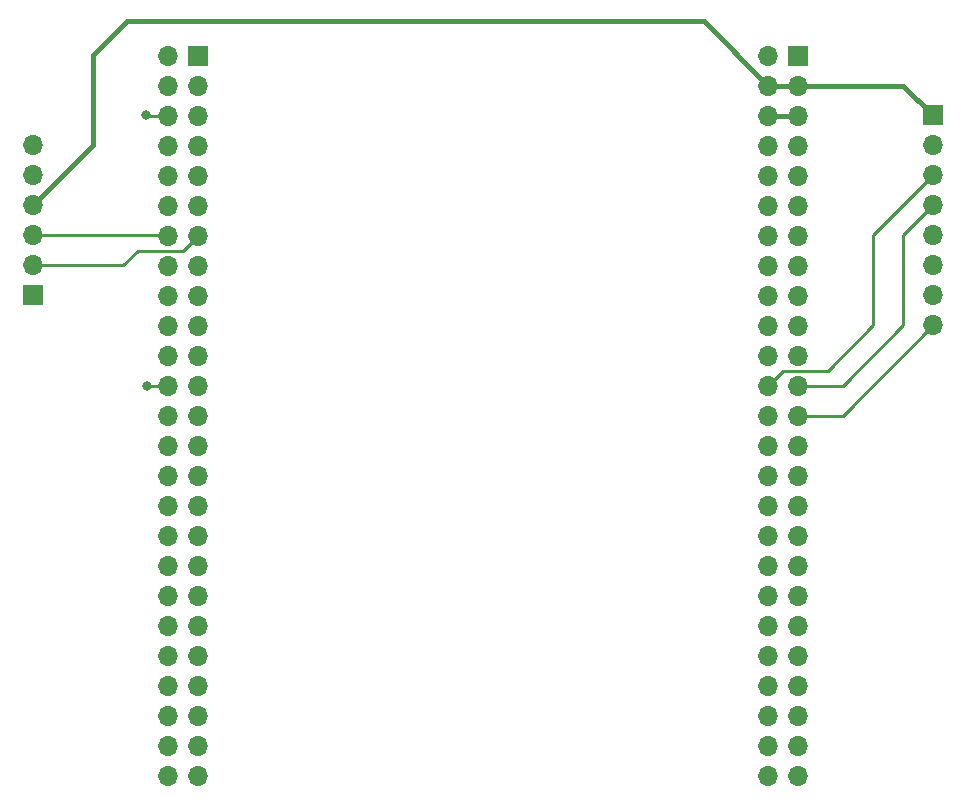
<source format=gbr>
%TF.GenerationSoftware,KiCad,Pcbnew,7.0.1-0*%
%TF.CreationDate,2023-05-31T07:57:39-06:00*%
%TF.ProjectId,PhaseD_Prototype,50686173-6544-45f5-9072-6f746f747970,rev?*%
%TF.SameCoordinates,Original*%
%TF.FileFunction,Copper,L1,Top*%
%TF.FilePolarity,Positive*%
%FSLAX46Y46*%
G04 Gerber Fmt 4.6, Leading zero omitted, Abs format (unit mm)*
G04 Created by KiCad (PCBNEW 7.0.1-0) date 2023-05-31 07:57:39*
%MOMM*%
%LPD*%
G01*
G04 APERTURE LIST*
%TA.AperFunction,ComponentPad*%
%ADD10R,1.700000X1.700000*%
%TD*%
%TA.AperFunction,ComponentPad*%
%ADD11O,1.700000X1.700000*%
%TD*%
%TA.AperFunction,ViaPad*%
%ADD12C,0.800000*%
%TD*%
%TA.AperFunction,Conductor*%
%ADD13C,0.250000*%
%TD*%
%TA.AperFunction,Conductor*%
%ADD14C,0.381000*%
%TD*%
G04 APERTURE END LIST*
D10*
%TO.P,J3,1,Pin_1*%
%TO.N,+5V*%
X157480000Y-66040000D03*
D11*
%TO.P,J3,2,Pin_2*%
%TO.N,GND*%
X157480000Y-68580000D03*
%TO.P,J3,3,Pin_3*%
%TO.N,SCL*%
X157480000Y-71120000D03*
%TO.P,J3,4,Pin_4*%
%TO.N,SDA*%
X157480000Y-73660000D03*
%TO.P,J3,5,Pin_5*%
%TO.N,unconnected-(J3-Pin_5-Pad5)*%
X157480000Y-76200000D03*
%TO.P,J3,6,Pin_6*%
%TO.N,unconnected-(J3-Pin_6-Pad6)*%
X157480000Y-78740000D03*
%TO.P,J3,7,Pin_7*%
%TO.N,unconnected-(J3-Pin_7-Pad7)*%
X157480000Y-81280000D03*
%TO.P,J3,8,Pin_8*%
%TO.N,INT*%
X157480000Y-83820000D03*
%TD*%
D10*
%TO.P,J4,1,Pin_1*%
%TO.N,unconnected-(J4-Pin_1-Pad1)*%
X81280000Y-81280000D03*
D11*
%TO.P,J4,2,Pin_2*%
%TO.N,Tx*%
X81280000Y-78740000D03*
%TO.P,J4,3,Pin_3*%
%TO.N,Rx*%
X81280000Y-76200000D03*
%TO.P,J4,4,Pin_4*%
%TO.N,+5V*%
X81280000Y-73660000D03*
%TO.P,J4,5,Pin_5*%
%TO.N,unconnected-(J4-Pin_5-Pad5)*%
X81280000Y-71120000D03*
%TO.P,J4,6,Pin_6*%
%TO.N,GND*%
X81280000Y-68580000D03*
%TD*%
D10*
%TO.P,J2,1,Pin_1*%
%TO.N,GND*%
X146070000Y-60990000D03*
D11*
%TO.P,J2,2,Pin_2*%
X143530000Y-60990000D03*
%TO.P,J2,3,Pin_3*%
%TO.N,+5V*%
X146070000Y-63530000D03*
%TO.P,J2,4,Pin_4*%
X143530000Y-63530000D03*
%TO.P,J2,5,Pin_5*%
%TO.N,+3V0*%
X146070000Y-66070000D03*
%TO.P,J2,6,Pin_6*%
X143530000Y-66070000D03*
%TO.P,J2,7,Pin_7*%
%TO.N,unconnected-(J2-Pin_7-Pad7)*%
X146070000Y-68610000D03*
%TO.P,J2,8,Pin_8*%
%TO.N,unconnected-(J2-Pin_8-Pad8)*%
X143530000Y-68610000D03*
%TO.P,J2,9,Pin_9*%
%TO.N,unconnected-(J2-Pin_9-Pad9)*%
X146070000Y-71150000D03*
%TO.P,J2,10,Pin_10*%
%TO.N,unconnected-(J2-Pin_10-Pad10)*%
X143530000Y-71150000D03*
%TO.P,J2,11,Pin_11*%
%TO.N,unconnected-(J2-Pin_11-Pad11)*%
X146070000Y-73690000D03*
%TO.P,J2,12,Pin_12*%
%TO.N,unconnected-(J2-Pin_12-Pad12)*%
X143530000Y-73690000D03*
%TO.P,J2,13,Pin_13*%
%TO.N,unconnected-(J2-Pin_13-Pad13)*%
X146070000Y-76230000D03*
%TO.P,J2,14,Pin_14*%
%TO.N,unconnected-(J2-Pin_14-Pad14)*%
X143530000Y-76230000D03*
%TO.P,J2,15,Pin_15*%
%TO.N,unconnected-(J2-Pin_15-Pad15)*%
X146070000Y-78770000D03*
%TO.P,J2,16,Pin_16*%
%TO.N,unconnected-(J2-Pin_16-Pad16)*%
X143530000Y-78770000D03*
%TO.P,J2,17,Pin_17*%
%TO.N,unconnected-(J2-Pin_17-Pad17)*%
X146070000Y-81310000D03*
%TO.P,J2,18,Pin_18*%
%TO.N,unconnected-(J2-Pin_18-Pad18)*%
X143530000Y-81310000D03*
%TO.P,J2,19,Pin_19*%
%TO.N,unconnected-(J2-Pin_19-Pad19)*%
X146070000Y-83850000D03*
%TO.P,J2,20,Pin_20*%
%TO.N,unconnected-(J2-Pin_20-Pad20)*%
X143530000Y-83850000D03*
%TO.P,J2,21,Pin_21*%
%TO.N,unconnected-(J2-Pin_21-Pad21)*%
X146070000Y-86390000D03*
%TO.P,J2,22,Pin_22*%
%TO.N,unconnected-(J2-Pin_22-Pad22)*%
X143530000Y-86390000D03*
%TO.P,J2,23,Pin_23*%
%TO.N,SDA*%
X146070000Y-88930000D03*
%TO.P,J2,24,Pin_24*%
%TO.N,SCL*%
X143530000Y-88930000D03*
%TO.P,J2,25,Pin_25*%
%TO.N,INT*%
X146070000Y-91470000D03*
%TO.P,J2,26,Pin_26*%
%TO.N,unconnected-(J2-Pin_26-Pad26)*%
X143530000Y-91470000D03*
%TO.P,J2,27,Pin_27*%
%TO.N,unconnected-(J2-Pin_27-Pad27)*%
X146070000Y-94010000D03*
%TO.P,J2,28,Pin_28*%
%TO.N,unconnected-(J2-Pin_28-Pad28)*%
X143530000Y-94010000D03*
%TO.P,J2,29,Pin_29*%
%TO.N,unconnected-(J2-Pin_29-Pad29)*%
X146070000Y-96550000D03*
%TO.P,J2,30,Pin_30*%
%TO.N,unconnected-(J2-Pin_30-Pad30)*%
X143530000Y-96550000D03*
%TO.P,J2,31,Pin_31*%
%TO.N,unconnected-(J2-Pin_31-Pad31)*%
X146070000Y-99090000D03*
%TO.P,J2,32,Pin_32*%
%TO.N,unconnected-(J2-Pin_32-Pad32)*%
X143530000Y-99090000D03*
%TO.P,J2,33,Pin_33*%
%TO.N,unconnected-(J2-Pin_33-Pad33)*%
X146070000Y-101630000D03*
%TO.P,J2,34,Pin_34*%
%TO.N,unconnected-(J2-Pin_34-Pad34)*%
X143530000Y-101630000D03*
%TO.P,J2,35,Pin_35*%
%TO.N,unconnected-(J2-Pin_35-Pad35)*%
X146070000Y-104170000D03*
%TO.P,J2,36,Pin_36*%
%TO.N,unconnected-(J2-Pin_36-Pad36)*%
X143530000Y-104170000D03*
%TO.P,J2,37,Pin_37*%
%TO.N,unconnected-(J2-Pin_37-Pad37)*%
X146070000Y-106710000D03*
%TO.P,J2,38,Pin_38*%
%TO.N,unconnected-(J2-Pin_38-Pad38)*%
X143530000Y-106710000D03*
%TO.P,J2,39,Pin_39*%
%TO.N,unconnected-(J2-Pin_39-Pad39)*%
X146070000Y-109250000D03*
%TO.P,J2,40,Pin_40*%
%TO.N,unconnected-(J2-Pin_40-Pad40)*%
X143530000Y-109250000D03*
%TO.P,J2,41,Pin_41*%
%TO.N,unconnected-(J2-Pin_41-Pad41)*%
X146070000Y-111790000D03*
%TO.P,J2,42,Pin_42*%
%TO.N,unconnected-(J2-Pin_42-Pad42)*%
X143530000Y-111790000D03*
%TO.P,J2,43,Pin_43*%
%TO.N,unconnected-(J2-Pin_43-Pad43)*%
X146070000Y-114330000D03*
%TO.P,J2,44,Pin_44*%
%TO.N,unconnected-(J2-Pin_44-Pad44)*%
X143530000Y-114330000D03*
%TO.P,J2,45,Pin_45*%
%TO.N,unconnected-(J2-Pin_45-Pad45)*%
X146070000Y-116870000D03*
%TO.P,J2,46,Pin_46*%
%TO.N,unconnected-(J2-Pin_46-Pad46)*%
X143530000Y-116870000D03*
%TO.P,J2,47,Pin_47*%
%TO.N,unconnected-(J2-Pin_47-Pad47)*%
X146070000Y-119410000D03*
%TO.P,J2,48,Pin_48*%
%TO.N,unconnected-(J2-Pin_48-Pad48)*%
X143530000Y-119410000D03*
%TO.P,J2,49,Pin_49*%
%TO.N,GND*%
X146070000Y-121950000D03*
%TO.P,J2,50,Pin_50*%
X143530000Y-121950000D03*
%TD*%
D10*
%TO.P,J1,1,Pin_1*%
%TO.N,GND*%
X95280000Y-60970000D03*
D11*
%TO.P,J1,2,Pin_2*%
X92740000Y-60970000D03*
%TO.P,J1,3,Pin_3*%
%TO.N,unconnected-(J1-Pin_3-Pad3)*%
X95280000Y-63510000D03*
%TO.P,J1,4,Pin_4*%
%TO.N,unconnected-(J1-Pin_4-Pad4)*%
X92740000Y-63510000D03*
%TO.P,J1,5,Pin_5*%
%TO.N,unconnected-(J1-Pin_5-Pad5)*%
X95280000Y-66050000D03*
%TO.P,J1,6,Pin_6*%
%TO.N,GND*%
X92740000Y-66050000D03*
%TO.P,J1,7,Pin_7*%
%TO.N,unconnected-(J1-Pin_7-Pad7)*%
X95280000Y-68590000D03*
%TO.P,J1,8,Pin_8*%
%TO.N,unconnected-(J1-Pin_8-Pad8)*%
X92740000Y-68590000D03*
%TO.P,J1,9,Pin_9*%
%TO.N,unconnected-(J1-Pin_9-Pad9)*%
X95280000Y-71130000D03*
%TO.P,J1,10,Pin_10*%
%TO.N,unconnected-(J1-Pin_10-Pad10)*%
X92740000Y-71130000D03*
%TO.P,J1,11,Pin_11*%
%TO.N,unconnected-(J1-Pin_11-Pad11)*%
X95280000Y-73670000D03*
%TO.P,J1,12,Pin_12*%
%TO.N,unconnected-(J1-Pin_12-Pad12)*%
X92740000Y-73670000D03*
%TO.P,J1,13,Pin_13*%
%TO.N,Tx*%
X95280000Y-76210000D03*
%TO.P,J1,14,Pin_14*%
%TO.N,Rx*%
X92740000Y-76210000D03*
%TO.P,J1,15,Pin_15*%
%TO.N,unconnected-(J1-Pin_15-Pad15)*%
X95280000Y-78750000D03*
%TO.P,J1,16,Pin_16*%
%TO.N,unconnected-(J1-Pin_16-Pad16)*%
X92740000Y-78750000D03*
%TO.P,J1,17,Pin_17*%
%TO.N,unconnected-(J1-Pin_17-Pad17)*%
X95280000Y-81290000D03*
%TO.P,J1,18,Pin_18*%
%TO.N,unconnected-(J1-Pin_18-Pad18)*%
X92740000Y-81290000D03*
%TO.P,J1,19,Pin_19*%
%TO.N,unconnected-(J1-Pin_19-Pad19)*%
X95280000Y-83830000D03*
%TO.P,J1,20,Pin_20*%
%TO.N,unconnected-(J1-Pin_20-Pad20)*%
X92740000Y-83830000D03*
%TO.P,J1,21,Pin_21*%
%TO.N,unconnected-(J1-Pin_21-Pad21)*%
X95280000Y-86370000D03*
%TO.P,J1,22,Pin_22*%
%TO.N,unconnected-(J1-Pin_22-Pad22)*%
X92740000Y-86370000D03*
%TO.P,J1,23,Pin_23*%
%TO.N,unconnected-(J1-Pin_23-Pad23)*%
X95280000Y-88910000D03*
%TO.P,J1,24,Pin_24*%
%TO.N,GND*%
X92740000Y-88910000D03*
%TO.P,J1,25,Pin_25*%
%TO.N,unconnected-(J1-Pin_25-Pad25)*%
X95280000Y-91450000D03*
%TO.P,J1,26,Pin_26*%
%TO.N,unconnected-(J1-Pin_26-Pad26)*%
X92740000Y-91450000D03*
%TO.P,J1,27,Pin_27*%
%TO.N,unconnected-(J1-Pin_27-Pad27)*%
X95280000Y-93990000D03*
%TO.P,J1,28,Pin_28*%
%TO.N,unconnected-(J1-Pin_28-Pad28)*%
X92740000Y-93990000D03*
%TO.P,J1,29,Pin_29*%
%TO.N,unconnected-(J1-Pin_29-Pad29)*%
X95280000Y-96530000D03*
%TO.P,J1,30,Pin_30*%
%TO.N,unconnected-(J1-Pin_30-Pad30)*%
X92740000Y-96530000D03*
%TO.P,J1,31,Pin_31*%
%TO.N,unconnected-(J1-Pin_31-Pad31)*%
X95280000Y-99070000D03*
%TO.P,J1,32,Pin_32*%
%TO.N,unconnected-(J1-Pin_32-Pad32)*%
X92740000Y-99070000D03*
%TO.P,J1,33,Pin_33*%
%TO.N,unconnected-(J1-Pin_33-Pad33)*%
X95280000Y-101610000D03*
%TO.P,J1,34,Pin_34*%
%TO.N,unconnected-(J1-Pin_34-Pad34)*%
X92740000Y-101610000D03*
%TO.P,J1,35,Pin_35*%
%TO.N,unconnected-(J1-Pin_35-Pad35)*%
X95280000Y-104150000D03*
%TO.P,J1,36,Pin_36*%
%TO.N,unconnected-(J1-Pin_36-Pad36)*%
X92740000Y-104150000D03*
%TO.P,J1,37,Pin_37*%
%TO.N,unconnected-(J1-Pin_37-Pad37)*%
X95280000Y-106690000D03*
%TO.P,J1,38,Pin_38*%
%TO.N,unconnected-(J1-Pin_38-Pad38)*%
X92740000Y-106690000D03*
%TO.P,J1,39,Pin_39*%
%TO.N,unconnected-(J1-Pin_39-Pad39)*%
X95280000Y-109230000D03*
%TO.P,J1,40,Pin_40*%
%TO.N,unconnected-(J1-Pin_40-Pad40)*%
X92740000Y-109230000D03*
%TO.P,J1,41,Pin_41*%
%TO.N,unconnected-(J1-Pin_41-Pad41)*%
X95280000Y-111770000D03*
%TO.P,J1,42,Pin_42*%
%TO.N,unconnected-(J1-Pin_42-Pad42)*%
X92740000Y-111770000D03*
%TO.P,J1,43,Pin_43*%
%TO.N,unconnected-(J1-Pin_43-Pad43)*%
X95280000Y-114310000D03*
%TO.P,J1,44,Pin_44*%
%TO.N,unconnected-(J1-Pin_44-Pad44)*%
X92740000Y-114310000D03*
%TO.P,J1,45,Pin_45*%
%TO.N,unconnected-(J1-Pin_45-Pad45)*%
X95280000Y-116850000D03*
%TO.P,J1,46,Pin_46*%
%TO.N,unconnected-(J1-Pin_46-Pad46)*%
X92740000Y-116850000D03*
%TO.P,J1,47,Pin_47*%
%TO.N,unconnected-(J1-Pin_47-Pad47)*%
X95280000Y-119390000D03*
%TO.P,J1,48,Pin_48*%
%TO.N,unconnected-(J1-Pin_48-Pad48)*%
X92740000Y-119390000D03*
%TO.P,J1,49,Pin_49*%
%TO.N,GND*%
X95280000Y-121930000D03*
%TO.P,J1,50,Pin_50*%
X92740000Y-121930000D03*
%TD*%
D12*
%TO.N,GND*%
X90813866Y-66044894D03*
X90899856Y-88950569D03*
%TD*%
D13*
%TO.N,GND*%
X92740000Y-66050000D02*
X90818972Y-66050000D01*
X90818972Y-66050000D02*
X90813866Y-66044894D01*
X92740000Y-88910000D02*
X90940425Y-88910000D01*
X90940425Y-88910000D02*
X90899856Y-88950569D01*
%TO.N,INT*%
X157480000Y-83820000D02*
X149830000Y-91470000D01*
X149830000Y-91470000D02*
X146070000Y-91470000D01*
%TO.N,SCL*%
X157480000Y-71120000D02*
X152400000Y-76200000D01*
X152400000Y-76200000D02*
X152400000Y-83820000D01*
X152400000Y-83820000D02*
X148555799Y-87664201D01*
X148555799Y-87664201D02*
X144795799Y-87664201D01*
X144795799Y-87664201D02*
X143530000Y-88930000D01*
%TO.N,SDA*%
X154940000Y-76200000D02*
X154940000Y-83820000D01*
X157480000Y-73660000D02*
X154940000Y-76200000D01*
X154940000Y-83820000D02*
X149830000Y-88930000D01*
X149830000Y-88930000D02*
X146070000Y-88930000D01*
D14*
%TO.N,+5V*%
X146070000Y-63530000D02*
X154970000Y-63530000D01*
X154970000Y-63530000D02*
X157480000Y-66040000D01*
X143530000Y-63530000D02*
X138057308Y-58057308D01*
X138057308Y-58057308D02*
X89262692Y-58057308D01*
X86360000Y-60960000D02*
X86360000Y-68580000D01*
X89262692Y-58057308D02*
X86360000Y-60960000D01*
X86360000Y-68580000D02*
X81280000Y-73660000D01*
%TO.N,+3V0*%
X146070000Y-66070000D02*
X143530000Y-66070000D01*
D13*
%TO.N,Tx*%
X81280000Y-78740000D02*
X88900000Y-78740000D01*
X90159206Y-77480794D02*
X94009206Y-77480794D01*
X88900000Y-78740000D02*
X90159206Y-77480794D01*
X94009206Y-77480794D02*
X95280000Y-76210000D01*
%TO.N,Rx*%
X81280000Y-76200000D02*
X92730000Y-76200000D01*
X92730000Y-76200000D02*
X92740000Y-76210000D01*
D14*
%TO.N,+5V*%
X143530000Y-63530000D02*
X146070000Y-63530000D01*
%TD*%
M02*

</source>
